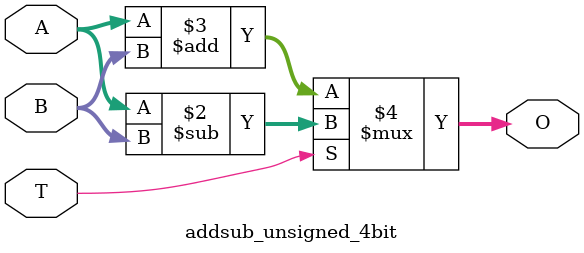
<source format=v>
module addsub_unsigned_4bit(A, B, T, O);
  input [3:0] A;
  input  [3:0] B;
  input T;
  output [4:0] O;

  assign O = (T == 1'b1) ? (A - B) : (A+B);
endmodule




</source>
